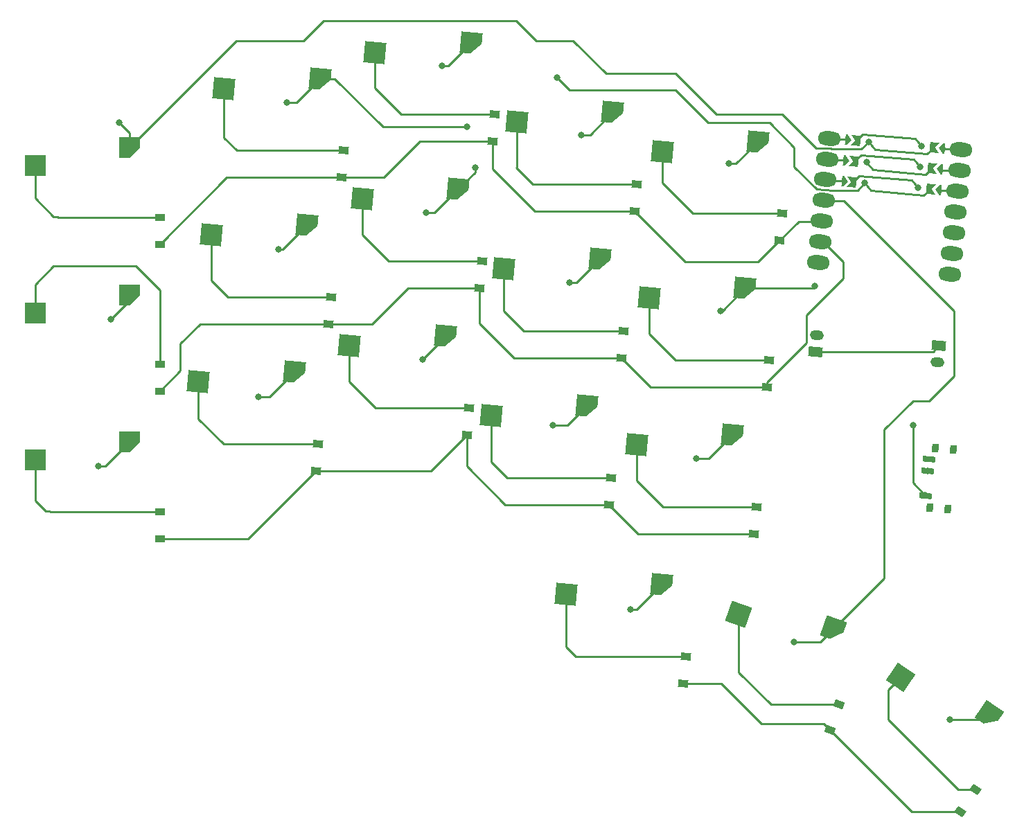
<source format=gbr>
%TF.GenerationSoftware,KiCad,Pcbnew,8.0.6*%
%TF.CreationDate,2024-11-20T19:49:45-07:00*%
%TF.ProjectId,board,626f6172-642e-46b6-9963-61645f706362,v1.0.0*%
%TF.SameCoordinates,Original*%
%TF.FileFunction,Copper,L1,Top*%
%TF.FilePolarity,Positive*%
%FSLAX46Y46*%
G04 Gerber Fmt 4.6, Leading zero omitted, Abs format (unit mm)*
G04 Created by KiCad (PCBNEW 8.0.6) date 2024-11-20 19:49:45*
%MOMM*%
%LPD*%
G01*
G04 APERTURE LIST*
G04 Aperture macros list*
%AMHorizOval*
0 Thick line with rounded ends*
0 $1 width*
0 $2 $3 position (X,Y) of the first rounded end (center of the circle)*
0 $4 $5 position (X,Y) of the second rounded end (center of the circle)*
0 Add line between two ends*
20,1,$1,$2,$3,$4,$5,0*
0 Add two circle primitives to create the rounded ends*
1,1,$1,$2,$3*
1,1,$1,$4,$5*%
%AMRotRect*
0 Rectangle, with rotation*
0 The origin of the aperture is its center*
0 $1 length*
0 $2 width*
0 $3 Rotation angle, in degrees counterclockwise*
0 Add horizontal line*
21,1,$1,$2,0,0,$3*%
%AMFreePoly0*
4,1,6,1.300000,0.000000,0.000000,-1.300000,-1.300000,-1.300000,-1.300000,1.300000,1.300000,1.300000,1.300000,0.000000,1.300000,0.000000,$1*%
%AMFreePoly1*
4,1,6,0.500000,-0.625000,-0.650000,-0.625000,-0.150000,0.000000,-0.650000,0.625000,0.500000,0.625000,0.500000,-0.625000,0.500000,-0.625000,$1*%
%AMFreePoly2*
4,1,6,0.250000,0.000000,-0.250000,-0.625000,-0.500000,-0.625000,-0.500000,0.625000,-0.250000,0.625000,0.250000,0.000000,0.250000,0.000000,$1*%
G04 Aperture macros list end*
%TA.AperFunction,ComponentPad*%
%ADD10C,0.800000*%
%TD*%
%TA.AperFunction,SMDPad,CuDef*%
%ADD11R,1.200000X0.900000*%
%TD*%
%TA.AperFunction,SMDPad,CuDef*%
%ADD12FreePoly0,355.000000*%
%TD*%
%TA.AperFunction,SMDPad,CuDef*%
%ADD13RotRect,2.600000X2.600000X355.000000*%
%TD*%
%TA.AperFunction,SMDPad,CuDef*%
%ADD14RotRect,0.900000X1.200000X85.000000*%
%TD*%
%TA.AperFunction,ComponentPad*%
%ADD15RotRect,1.200000X1.700000X85.000000*%
%TD*%
%TA.AperFunction,ComponentPad*%
%ADD16HorizOval,1.200000X-0.249049X0.021789X0.249049X-0.021789X0*%
%TD*%
%TA.AperFunction,SMDPad,CuDef*%
%ADD17FreePoly0,340.500000*%
%TD*%
%TA.AperFunction,SMDPad,CuDef*%
%ADD18RotRect,2.600000X2.600000X340.500000*%
%TD*%
%TA.AperFunction,ComponentPad*%
%ADD19RotRect,1.200000X1.700000X265.000000*%
%TD*%
%TA.AperFunction,SMDPad,CuDef*%
%ADD20RotRect,0.900000X1.200000X70.500000*%
%TD*%
%TA.AperFunction,SMDPad,CuDef*%
%ADD21FreePoly1,175.000000*%
%TD*%
%TA.AperFunction,ComponentPad*%
%ADD22HorizOval,1.800000X0.473192X-0.041399X-0.473192X0.041399X0*%
%TD*%
%TA.AperFunction,ComponentPad*%
%ADD23HorizOval,1.800000X-0.473192X0.041399X0.473192X-0.041399X0*%
%TD*%
%TA.AperFunction,SMDPad,CuDef*%
%ADD24FreePoly1,355.000000*%
%TD*%
%TA.AperFunction,SMDPad,CuDef*%
%ADD25FreePoly2,355.000000*%
%TD*%
%TA.AperFunction,SMDPad,CuDef*%
%ADD26FreePoly2,175.000000*%
%TD*%
%TA.AperFunction,SMDPad,CuDef*%
%ADD27RotRect,0.700000X1.500000X85.000000*%
%TD*%
%TA.AperFunction,SMDPad,CuDef*%
%ADD28RotRect,1.000000X0.800000X85.000000*%
%TD*%
%TA.AperFunction,SMDPad,CuDef*%
%ADD29FreePoly0,326.000000*%
%TD*%
%TA.AperFunction,SMDPad,CuDef*%
%ADD30RotRect,2.600000X2.600000X326.000000*%
%TD*%
%TA.AperFunction,SMDPad,CuDef*%
%ADD31FreePoly0,0.000000*%
%TD*%
%TA.AperFunction,SMDPad,CuDef*%
%ADD32R,2.600000X2.600000*%
%TD*%
%TA.AperFunction,SMDPad,CuDef*%
%ADD33RotRect,0.900000X1.200000X56.000000*%
%TD*%
%TA.AperFunction,ViaPad*%
%ADD34C,0.800000*%
%TD*%
%TA.AperFunction,Conductor*%
%ADD35C,0.250000*%
%TD*%
G04 APERTURE END LIST*
D10*
%TO.P,D2,1,K*%
%TO.N,Net-(D11-K)*%
X6975552Y12156658D03*
D11*
X6975552Y12156658D03*
D10*
%TO.P,D2,2,A*%
%TO.N,Net-(D2-A)*%
X6975552Y15456658D03*
D11*
X6975552Y15456658D03*
%TD*%
D12*
%TO.P,S12,1,A*%
%TO.N,Net-(S10-A)*%
X62304870Y46252961D03*
D13*
%TO.P,S12,2,B*%
%TO.N,Net-(D12-A)*%
X50607079Y45067982D03*
%TD*%
D10*
%TO.P,D12,1,K*%
%TO.N,Net-(D12-K)*%
X64963483Y34181973D03*
D14*
X64963483Y34181973D03*
D10*
%TO.P,D12,2,A*%
%TO.N,Net-(D12-A)*%
X65251097Y37469415D03*
D14*
X65251097Y37469415D03*
%TD*%
D12*
%TO.P,S9,1,A*%
%TO.N,Net-(S16-A)*%
X44983455Y54795127D03*
D13*
%TO.P,S9,2,B*%
%TO.N,Net-(D9-A)*%
X33285664Y53610148D03*
%TD*%
D10*
%TO.P,D10,1,K*%
%TO.N,Net-(D1-K)*%
X61825876Y-1681037D03*
D14*
X61825876Y-1681037D03*
D10*
%TO.P,D10,2,A*%
%TO.N,Net-(D10-A)*%
X62113490Y1606405D03*
D14*
X62113490Y1606405D03*
%TD*%
D12*
%TO.P,S5,1,A*%
%TO.N,Net-(S4-A)*%
X24960213Y32455258D03*
D13*
%TO.P,S5,2,B*%
%TO.N,Net-(D5-A)*%
X13262422Y31270279D03*
%TD*%
D15*
%TO.P,JST1,1,Pin_1*%
%TO.N,Net-(JST1-Pin_1)*%
X87077423Y17032699D03*
D16*
%TO.P,JST1,2,Pin_2*%
%TO.N,Net-(JST1-Pin_2)*%
X87251735Y19025089D03*
%TD*%
D10*
%TO.P,D5,1,K*%
%TO.N,Net-(D11-K)*%
X27618826Y20384269D03*
D14*
X27618826Y20384269D03*
D10*
%TO.P,D5,2,A*%
%TO.N,Net-(D5-A)*%
X27906440Y23671711D03*
D14*
X27906440Y23671711D03*
%TD*%
D17*
%TO.P,S17,1,A*%
%TO.N,Net-(S10-A)*%
X89319411Y-16899531D03*
D18*
%TO.P,S17,2,B*%
%TO.N,Net-(D17-A)*%
X77697526Y-15117873D03*
%TD*%
D10*
%TO.P,D4,1,K*%
%TO.N,Net-(D1-K)*%
X26050023Y2452765D03*
D14*
X26050023Y2452765D03*
D10*
%TO.P,D4,2,A*%
%TO.N,Net-(D4-A)*%
X26337637Y5740207D03*
D14*
X26337637Y5740207D03*
%TD*%
D12*
%TO.P,S8,1,A*%
%TO.N,Net-(S16-A)*%
X43414652Y36863623D03*
D13*
%TO.P,S8,2,B*%
%TO.N,Net-(D8-A)*%
X31716861Y35678644D03*
%TD*%
D19*
%TO.P,JST2,1,Pin_1*%
%TO.N,Net-(JST1-Pin_1)*%
X102194656Y17717753D03*
D16*
%TO.P,JST2,2,Pin_2*%
%TO.N,Net-(JST2-Pin_2)*%
X102020344Y15725363D03*
%TD*%
D12*
%TO.P,S15,1,A*%
%TO.N,Net-(S13-A)*%
X80062063Y42691768D03*
D13*
%TO.P,S15,2,B*%
%TO.N,Net-(D15-A)*%
X68364272Y41506789D03*
%TD*%
D10*
%TO.P,D17,1,K*%
%TO.N,Net-(D16-K)*%
X88871007Y-29251693D03*
D20*
X88871007Y-29251693D03*
D10*
%TO.P,D17,2,A*%
%TO.N,Net-(D17-A)*%
X89972569Y-26140977D03*
D20*
X89972569Y-26140977D03*
%TD*%
D12*
%TO.P,S14,1,A*%
%TO.N,Net-(S13-A)*%
X78493259Y24760264D03*
D13*
%TO.P,S14,2,B*%
%TO.N,Net-(D14-A)*%
X66795468Y23575285D03*
%TD*%
D12*
%TO.P,S4,1,A*%
%TO.N,Net-(S4-A)*%
X23391410Y14523753D03*
D13*
%TO.P,S4,2,B*%
%TO.N,Net-(D4-A)*%
X11693619Y13338774D03*
%TD*%
D10*
%TO.P,D6,1,K*%
%TO.N,Net-(D12-K)*%
X29187629Y38315774D03*
D14*
X29187629Y38315774D03*
D10*
%TO.P,D6,2,A*%
%TO.N,Net-(D6-A)*%
X29475243Y41603216D03*
D14*
X29475243Y41603216D03*
%TD*%
D12*
%TO.P,S7,1,A*%
%TO.N,Net-(S16-A)*%
X41845849Y18932118D03*
D13*
%TO.P,S7,2,B*%
%TO.N,Net-(D7-A)*%
X30148058Y17747139D03*
%TD*%
D10*
%TO.P,D14,1,K*%
%TO.N,Net-(D11-K)*%
X81151872Y12689275D03*
D14*
X81151872Y12689275D03*
D10*
%TO.P,D14,2,A*%
%TO.N,Net-(D14-A)*%
X81439486Y15976717D03*
D14*
X81439486Y15976717D03*
%TD*%
D12*
%TO.P,S6,1,A*%
%TO.N,Net-(S4-A)*%
X26529016Y50386763D03*
D13*
%TO.P,S6,2,B*%
%TO.N,Net-(D6-A)*%
X14831225Y49201784D03*
%TD*%
D10*
%TO.P,U1,0,P0*%
%TO.N,Net-(S1-A)*%
X93575805Y42683939D03*
D21*
X101582221Y41983468D03*
D10*
%TO.P,U1,1,P1*%
%TO.N,Net-(S4-A)*%
X93354429Y40153604D03*
D21*
X101360846Y39453133D03*
D10*
%TO.P,U1,2,P2*%
%TO.N,Net-(S16-A)*%
X93133050Y37623270D03*
D21*
X101139470Y36922799D03*
D22*
%TO.P,U1,3,P3*%
%TO.N,Net-(S10-A)*%
X88097069Y35514159D03*
%TO.P,U1,4,P4*%
%TO.N,Net-(D12-K)*%
X87875694Y32983824D03*
%TO.P,U1,5,P5*%
%TO.N,Net-(D11-K)*%
X87654318Y30453490D03*
%TO.P,U1,6,P6*%
%TO.N,Net-(D1-K)*%
X87432943Y27923155D03*
D23*
%TO.P,U1,7,P7*%
%TO.N,Net-(D16-K)*%
X103561334Y26512104D03*
%TO.P,U1,8,P8*%
%TO.N,Net-(S13-A)*%
X103782709Y29042438D03*
%TO.P,U1,9,P9*%
%TO.N,unconnected-(U1-P9-Pad9)*%
X104004085Y31572773D03*
%TO.P,U1,10,P10*%
%TO.N,unconnected-(U1-P10-Pad10)*%
X104225461Y34103107D03*
D24*
%TO.P,U1,11,V3*%
%TO.N,unconnected-(U1-V3-Pad11)*%
X91625811Y37755136D03*
D10*
X99632228Y37054666D03*
D24*
%TO.P,U1,12,GND*%
%TO.N,unconnected-(U1-GND-Pad12)*%
X91847184Y40285471D03*
D10*
X99853603Y39585000D03*
D24*
%TO.P,U1,13,VCC*%
%TO.N,unconnected-(U1-VCC-Pad13)*%
X92068562Y42815805D03*
D10*
X100074979Y42115335D03*
D22*
%TO.P,U1,_1_0*%
%TO.N,N/C*%
X88761196Y43105162D03*
D25*
X91226778Y42889452D03*
D22*
%TO.P,U1,_1_1*%
X88539821Y40574828D03*
D25*
X91005402Y40359117D03*
D22*
%TO.P,U1,_1_2*%
X88318445Y38044493D03*
D25*
X90784026Y37828783D03*
D26*
%TO.P,U1,_1_11*%
X101981255Y36849152D03*
D23*
X104446836Y36633442D03*
D26*
%TO.P,U1,_1_12*%
X102202630Y39379487D03*
D23*
X104668212Y39163776D03*
D26*
%TO.P,U1,_1_13*%
X102424006Y41909821D03*
D23*
X104889587Y41694111D03*
%TD*%
D10*
%TO.P,D15,1,K*%
%TO.N,Net-(D12-K)*%
X82720676Y30620780D03*
D14*
X82720676Y30620780D03*
D10*
%TO.P,D15,2,A*%
%TO.N,Net-(D15-A)*%
X83008290Y33908222D03*
D14*
X83008290Y33908222D03*
%TD*%
D27*
%TO.P,S20,1*%
%TO.N,Net-(JST2-Pin_2)*%
X100560559Y-588916D03*
%TO.P,S20,2*%
%TO.N,Net-(JST1-Pin_2)*%
X100822026Y2399669D03*
%TO.P,S20,3*%
%TO.N,unconnected-(S20-Pad3)*%
X100952760Y3893961D03*
D28*
%TO.P,S20,SH1*%
%TO.N,N/C*%
X101086067Y-2040239D03*
%TO.P,S20,SH2*%
X101722304Y5231982D03*
%TO.P,S20,SH3*%
X103277696Y-2231982D03*
%TO.P,S20,SH4*%
X103913933Y5040239D03*
%TD*%
D10*
%TO.P,D16,1,K*%
%TO.N,Net-(D16-K)*%
X70953747Y-23559839D03*
D14*
X70953747Y-23559839D03*
D10*
%TO.P,D16,2,A*%
%TO.N,Net-(D16-A)*%
X71241361Y-20272397D03*
D14*
X71241361Y-20272397D03*
%TD*%
D10*
%TO.P,D8,1,K*%
%TO.N,Net-(D11-K)*%
X46073265Y24792634D03*
D14*
X46073265Y24792634D03*
D10*
%TO.P,D8,2,A*%
%TO.N,Net-(D8-A)*%
X46360879Y28080076D03*
D14*
X46360879Y28080076D03*
%TD*%
D29*
%TO.P,S18,1,A*%
%TO.N,Net-(S13-A)*%
X108319289Y-27401926D03*
D30*
%TO.P,S18,2,B*%
%TO.N,Net-(D18-A)*%
X97513680Y-22767131D03*
%TD*%
D12*
%TO.P,S13,1,A*%
%TO.N,Net-(S13-A)*%
X76924456Y6828759D03*
D13*
%TO.P,S13,2,B*%
%TO.N,Net-(D13-A)*%
X65226665Y5643780D03*
%TD*%
D31*
%TO.P,S3,1,A*%
%TO.N,Net-(S1-A)*%
X3275000Y41950000D03*
D32*
%TO.P,S3,2,B*%
%TO.N,Net-(D3-A)*%
X-8275000Y39750000D03*
%TD*%
D10*
%TO.P,D13,1,K*%
%TO.N,Net-(D1-K)*%
X79583069Y-5242229D03*
D14*
X79583069Y-5242229D03*
D10*
%TO.P,D13,2,A*%
%TO.N,Net-(D13-A)*%
X79870683Y-1954787D03*
D14*
X79870683Y-1954787D03*
%TD*%
D12*
%TO.P,S11,1,A*%
%TO.N,Net-(S10-A)*%
X60736066Y28321456D03*
D13*
%TO.P,S11,2,B*%
%TO.N,Net-(D11-A)*%
X49038275Y27136477D03*
%TD*%
D10*
%TO.P,D3,1,K*%
%TO.N,Net-(D12-K)*%
X6975552Y30156658D03*
D11*
X6975552Y30156658D03*
D10*
%TO.P,D3,2,A*%
%TO.N,Net-(D3-A)*%
X6975552Y33456658D03*
D11*
X6975552Y33456658D03*
%TD*%
D10*
%TO.P,D18,1,K*%
%TO.N,Net-(D16-K)*%
X104792432Y-39248372D03*
D33*
X104792432Y-39248372D03*
D10*
%TO.P,D18,2,A*%
%TO.N,Net-(D18-A)*%
X106637768Y-36512548D03*
D33*
X106637768Y-36512548D03*
%TD*%
D10*
%TO.P,D11,1,K*%
%TO.N,Net-(D11-K)*%
X63394679Y16250468D03*
D14*
X63394679Y16250468D03*
D10*
%TO.P,D11,2,A*%
%TO.N,Net-(D11-A)*%
X63682293Y19537910D03*
D14*
X63682293Y19537910D03*
%TD*%
D12*
%TO.P,S10,1,A*%
%TO.N,Net-(S10-A)*%
X59167263Y10389952D03*
D13*
%TO.P,S10,2,B*%
%TO.N,Net-(D10-A)*%
X47469472Y9204973D03*
%TD*%
D31*
%TO.P,S1,1,A*%
%TO.N,Net-(S1-A)*%
X3275000Y5950000D03*
D32*
%TO.P,S1,2,B*%
%TO.N,Net-(D1-A)*%
X-8275000Y3750000D03*
%TD*%
D10*
%TO.P,D9,1,K*%
%TO.N,Net-(D12-K)*%
X47642068Y42724139D03*
D14*
X47642068Y42724139D03*
D10*
%TO.P,D9,2,A*%
%TO.N,Net-(D9-A)*%
X47929682Y46011581D03*
D14*
X47929682Y46011581D03*
%TD*%
D31*
%TO.P,S2,1,A*%
%TO.N,Net-(S1-A)*%
X3275000Y23950000D03*
D32*
%TO.P,S2,2,B*%
%TO.N,Net-(D2-A)*%
X-8275000Y21750000D03*
%TD*%
D10*
%TO.P,D1,1,K*%
%TO.N,Net-(D1-K)*%
X6975552Y-5843342D03*
D11*
X6975552Y-5843342D03*
D10*
%TO.P,D1,2,A*%
%TO.N,Net-(D1-A)*%
X6975552Y-2543342D03*
D11*
X6975552Y-2543342D03*
%TD*%
D10*
%TO.P,D7,1,K*%
%TO.N,Net-(D1-K)*%
X44504462Y6861130D03*
D14*
X44504462Y6861130D03*
D10*
%TO.P,D7,2,A*%
%TO.N,Net-(D7-A)*%
X44792076Y10148572D03*
D14*
X44792076Y10148572D03*
%TD*%
D12*
%TO.P,S16,1,A*%
%TO.N,Net-(S16-A)*%
X68295134Y-11488850D03*
D13*
%TO.P,S16,2,B*%
%TO.N,Net-(D16-A)*%
X56597343Y-12673829D03*
%TD*%
D34*
%TO.N,Net-(JST1-Pin_2)*%
X100822026Y2399669D03*
%TO.N,Net-(JST2-Pin_2)*%
X99000000Y8000000D03*
X100485821Y-514179D03*
%TO.N,Net-(S1-A)*%
X2000000Y45000000D03*
X-500000Y3000000D03*
X1000000Y21000000D03*
%TO.N,Net-(S4-A)*%
X44500000Y44500000D03*
X21500000Y29500000D03*
X22500000Y47500000D03*
X19000000Y11500000D03*
%TO.N,Net-(S16-A)*%
X39500000Y34000000D03*
X39098867Y16098868D03*
X45500000Y39500000D03*
X41500000Y52000000D03*
X55500000Y50500000D03*
X64500000Y-14500000D03*
%TO.N,Net-(S10-A)*%
X55000000Y8000000D03*
X58500000Y43500000D03*
X57000000Y25500000D03*
X84500000Y-18500000D03*
%TO.N,Net-(S13-A)*%
X103500000Y-28000000D03*
X72500000Y4000000D03*
X76500000Y40000000D03*
X87000000Y25000000D03*
X75500000Y22000000D03*
%TD*%
D35*
%TO.N,*%
X102420000Y41910000D02*
X104420000Y41740000D01*
X90780000Y37830000D02*
X88790000Y38000000D01*
X102376942Y39205175D02*
X104195020Y39205175D01*
X91230000Y42890000D02*
X89230000Y43060000D01*
X101980000Y36850000D02*
X103970000Y36670000D01*
X91010000Y40360000D02*
X89010000Y40530000D01*
X102202630Y39379487D02*
X102376942Y39205175D01*
%TO.N,Net-(D1-A)*%
X-6456658Y-2543342D02*
X6975552Y-2543342D01*
X-8275000Y-1225000D02*
X-7000000Y-2500000D01*
X-6500000Y-2500000D02*
X-6456658Y-2543342D01*
X-7000000Y-2500000D02*
X-6500000Y-2500000D01*
X-8275000Y3750000D02*
X-8275000Y-1225000D01*
%TO.N,Net-(D2-A)*%
X-6000000Y27500000D02*
X4000000Y27500000D01*
X4000000Y27500000D02*
X6975552Y24524448D01*
X-8275000Y25225000D02*
X-6000000Y27500000D01*
X6975552Y24524448D02*
X6975552Y15456658D01*
X-8275000Y21750000D02*
X-8275000Y25225000D01*
%TO.N,Net-(D3-A)*%
X-5500000Y33500000D02*
X-5456658Y33456658D01*
X-6000000Y33500000D02*
X-5500000Y33500000D01*
X-8275000Y39750000D02*
X-8275000Y35775000D01*
X-5456658Y33456658D02*
X6975552Y33456658D01*
X-8275000Y35775000D02*
X-6000000Y33500000D01*
%TO.N,Net-(D4-A)*%
X11693619Y8806381D02*
X11693619Y13338774D01*
X26337637Y5740207D02*
X14759793Y5740207D01*
X14759793Y5740207D02*
X11693619Y8806381D01*
%TO.N,Net-(D5-A)*%
X13262422Y31270279D02*
X13262422Y25737578D01*
X13262422Y25737578D02*
X15328289Y23671711D01*
X15328289Y23671711D02*
X27906440Y23671711D01*
%TO.N,Net-(D6-A)*%
X14831225Y43168775D02*
X16396784Y41603216D01*
X14831225Y49201784D02*
X14831225Y43168775D01*
X16396784Y41603216D02*
X29475243Y41603216D01*
%TO.N,Net-(D7-A)*%
X44792076Y10148572D02*
X33351428Y10148572D01*
X30148058Y13351942D02*
X30148058Y17747139D01*
X33351428Y10148572D02*
X30148058Y13351942D01*
%TO.N,Net-(D8-A)*%
X31716861Y31283139D02*
X34919924Y28080076D01*
X31716861Y35678644D02*
X31716861Y31283139D01*
X34919924Y28080076D02*
X46360879Y28080076D01*
%TO.N,Net-(D9-A)*%
X36488419Y46011581D02*
X47929682Y46011581D01*
X33285664Y49214336D02*
X36488419Y46011581D01*
X33285664Y53610148D02*
X33285664Y49214336D01*
%TO.N,Net-(D10-A)*%
X47469472Y9204973D02*
X47469472Y3530528D01*
X49393595Y1606405D02*
X62113490Y1606405D01*
X47469472Y3530528D02*
X49393595Y1606405D01*
%TO.N,Net-(D11-A)*%
X49038275Y27136477D02*
X49038275Y22038275D01*
X49000000Y22000000D02*
X51462090Y19537910D01*
X49038275Y22038275D02*
X49000000Y22000000D01*
X51462090Y19537910D02*
X63682293Y19537910D01*
%TO.N,Net-(D12-A)*%
X50500000Y39500000D02*
X52530585Y37469415D01*
X52530585Y37469415D02*
X65251097Y37469415D01*
X50607079Y39607079D02*
X50500000Y39500000D01*
X50607079Y45067982D02*
X50607079Y39607079D01*
%TO.N,Net-(D13-A)*%
X65226665Y5643780D02*
X65226665Y1273335D01*
X65226665Y1273335D02*
X68454787Y-1954787D01*
X68454787Y-1954787D02*
X79870683Y-1954787D01*
%TO.N,Net-(D14-A)*%
X66795468Y19204532D02*
X70023283Y15976717D01*
X66795468Y23575285D02*
X66795468Y19204532D01*
X70023283Y15976717D02*
X81439486Y15976717D01*
%TO.N,Net-(D15-A)*%
X68364272Y37635728D02*
X72091778Y33908222D01*
X68364272Y41506789D02*
X68364272Y37635728D01*
X72091778Y33908222D02*
X83008290Y33908222D01*
%TO.N,Net-(D16-A)*%
X56597343Y-12673829D02*
X56597343Y-19097343D01*
X56597343Y-19097343D02*
X57772397Y-20272397D01*
X57772397Y-20272397D02*
X71241361Y-20272397D01*
%TO.N,Net-(D17-A)*%
X77697526Y-22197526D02*
X81640977Y-26140977D01*
X81640977Y-26140977D02*
X89972569Y-26140977D01*
X77697526Y-15117873D02*
X77697526Y-22197526D01*
%TO.N,Net-(D18-A)*%
X96000000Y-24280811D02*
X97513680Y-22767131D01*
X104512548Y-36512548D02*
X96000000Y-28000000D01*
X96000000Y-28000000D02*
X96000000Y-24280811D01*
X106637768Y-36512548D02*
X104512548Y-36512548D01*
%TO.N,Net-(JST1-Pin_1)*%
X101509602Y17032699D02*
X102194656Y17717753D01*
X87077423Y17032699D02*
X101509602Y17032699D01*
%TO.N,Net-(JST2-Pin_2)*%
X100485821Y-514179D02*
X100485822Y-514179D01*
X100485821Y-514178D02*
X100485821Y-514179D01*
X99000000Y971643D02*
X100485821Y-514178D01*
X100485822Y-514179D02*
X100560559Y-588916D01*
X99000000Y8000000D02*
X99000000Y971643D01*
%TO.N,unconnected-(U1-VCC-Pad13)*%
X92890000Y43600000D02*
X99310000Y43040000D01*
X99310000Y43040000D02*
X100070000Y42120000D01*
X92070000Y42820000D02*
X92890000Y43600000D01*
%TO.N,unconnected-(U1-GND-Pad12)*%
X91850000Y40290000D02*
X92670000Y41070000D01*
X99090000Y40510000D02*
X99850000Y39590000D01*
X92670000Y41070000D02*
X99090000Y40510000D01*
%TO.N,Net-(D1-K)*%
X65387068Y-5242229D02*
X79583069Y-5242229D01*
X44504462Y2995538D02*
X49181037Y-1681037D01*
X44504462Y6861130D02*
X44504462Y2995538D01*
X6975552Y-5843342D02*
X17753916Y-5843342D01*
X26050023Y2452765D02*
X40096097Y2452765D01*
X40096097Y2452765D02*
X44504462Y6861130D01*
X17753916Y-5843342D02*
X26050023Y2452765D01*
X61825876Y-1681037D02*
X65387068Y-5242229D01*
X49181037Y-1681037D02*
X61825876Y-1681037D01*
%TO.N,Net-(D11-K)*%
X32884269Y20384269D02*
X37292634Y24792634D01*
X81151872Y12689275D02*
X81151872Y13254960D01*
X50249532Y16250468D02*
X63394679Y16250468D01*
X6975552Y12156658D02*
X9500000Y14681106D01*
X63394679Y16250468D02*
X66955872Y12689275D01*
X90500000Y28039601D02*
X88127510Y30412091D01*
X9500000Y14681106D02*
X9500000Y18000000D01*
X81151872Y13254960D02*
X86000000Y18103088D01*
X66955872Y12689275D02*
X81151872Y12689275D01*
X11884269Y20384269D02*
X27618826Y20384269D01*
X37292634Y24792634D02*
X46073265Y24792634D01*
X90500000Y26000000D02*
X90500000Y28039601D01*
X27618826Y20384269D02*
X32884269Y20384269D01*
X9500000Y18000000D02*
X11884269Y20384269D01*
X46073265Y20426735D02*
X50249532Y16250468D01*
X86000000Y21500000D02*
X90500000Y26000000D01*
X46073265Y24792634D02*
X46073265Y20426735D01*
X86000000Y18103088D02*
X86000000Y21500000D01*
%TO.N,Net-(D12-K)*%
X47642068Y39357932D02*
X52818027Y34181973D01*
X34315774Y38315774D02*
X38724139Y42724139D01*
X85042321Y32942425D02*
X88348886Y32942425D01*
X29187629Y38315774D02*
X34315774Y38315774D01*
X82720676Y30620780D02*
X85042321Y32942425D01*
X52818027Y34181973D02*
X64963483Y34181973D01*
X15134668Y38315774D02*
X29187629Y38315774D01*
X64963483Y34181973D02*
X71145456Y28000000D01*
X71145456Y28000000D02*
X80099896Y28000000D01*
X38724139Y42724139D02*
X47642068Y42724139D01*
X47642068Y42724139D02*
X47642068Y39357932D01*
X6975552Y30156658D02*
X15134668Y38315774D01*
X80099896Y28000000D02*
X82720676Y30620780D01*
%TO.N,Net-(D16-K)*%
X75559839Y-23559839D02*
X80500000Y-28500000D01*
X88119314Y-28500000D02*
X88871007Y-29251693D01*
X70953747Y-23559839D02*
X75559839Y-23559839D01*
X98867686Y-39248372D02*
X104792432Y-39248372D01*
X88871007Y-29251693D02*
X98867686Y-39248372D01*
X80500000Y-28500000D02*
X88119314Y-28500000D01*
%TO.N,Net-(S1-A)*%
X3125000Y6100000D02*
X3275000Y5950000D01*
X3275000Y23950000D02*
X3275000Y23275000D01*
X50500000Y57500000D02*
X53000000Y55000000D01*
X3275000Y5950000D02*
X325000Y3000000D01*
X70000000Y51000000D02*
X75000000Y46000000D01*
X75000000Y46000000D02*
X83000000Y46000000D01*
X3275000Y23275000D02*
X1000000Y21000000D01*
X87144305Y41855695D02*
X88987375Y41855695D01*
X3275000Y41950000D02*
X3275000Y43725000D01*
X27000000Y57500000D02*
X50500000Y57500000D01*
X83000000Y46000000D02*
X87144305Y41855695D01*
X94340000Y41760000D02*
X93580000Y42680000D01*
X3275000Y43725000D02*
X2000000Y45000000D01*
X61500000Y51000000D02*
X70000000Y51000000D01*
X325000Y3000000D02*
X-500000Y3000000D01*
X24500000Y55000000D02*
X27000000Y57500000D01*
X101580000Y41980000D02*
X100760000Y41200000D01*
X3275000Y23950000D02*
X3125000Y23800000D01*
X16325000Y55000000D02*
X24500000Y55000000D01*
X100760000Y41200000D02*
X94340000Y41760000D01*
X57500000Y55000000D02*
X61500000Y51000000D01*
X92711490Y41819624D02*
X93575805Y42683939D01*
X53000000Y55000000D02*
X57500000Y55000000D01*
X3275000Y41950000D02*
X16325000Y55000000D01*
X88987375Y41855695D02*
X89023446Y41819624D01*
X89023446Y41819624D02*
X92711490Y41819624D01*
%TO.N,Net-(S4-A)*%
X23642253Y47500000D02*
X26529016Y50386763D01*
X100530000Y38670000D02*
X94120000Y39230000D01*
X22500000Y47500000D02*
X23642253Y47500000D01*
X22004955Y29500000D02*
X21500000Y29500000D01*
X28365390Y50386763D02*
X34252153Y44500000D01*
X34252153Y44500000D02*
X44500000Y44500000D01*
X94120000Y39230000D02*
X93350000Y40150000D01*
X26529016Y50386763D02*
X28365390Y50386763D01*
X20367657Y11500000D02*
X19000000Y11500000D01*
X101360000Y39450000D02*
X100530000Y38670000D01*
X23391410Y14523753D02*
X20367657Y11500000D01*
X24960213Y32455258D02*
X22004955Y29500000D01*
%TO.N,Net-(S16-A)*%
X39500000Y34000000D02*
X40551029Y34000000D01*
X100310000Y36140000D02*
X93900000Y36700000D01*
X55500000Y50500000D02*
X57000000Y49000000D01*
X41845849Y18932118D02*
X41845849Y18845849D01*
X65283984Y-14500000D02*
X64500000Y-14500000D01*
X93900000Y36700000D02*
X93130000Y37620000D01*
X57000000Y49000000D02*
X70000000Y49000000D01*
X92248313Y36738532D02*
X93133051Y37623270D01*
X74000000Y45000000D02*
X81500000Y45000000D01*
X41845849Y18845849D02*
X39098867Y16098868D01*
X84500000Y39642784D02*
X87233006Y36909778D01*
X101140000Y36920000D02*
X100310000Y36140000D01*
X89190352Y36738532D02*
X92248313Y36738532D01*
X70000000Y49000000D02*
X74000000Y45000000D01*
X87233006Y36909778D02*
X89190352Y36738532D01*
X43414652Y36863623D02*
X45500000Y38948971D01*
X68295134Y-11488850D02*
X65283984Y-14500000D01*
X81500000Y45000000D02*
X84500000Y42000000D01*
X40551029Y34000000D02*
X43414652Y36863623D01*
X45500000Y38948971D02*
X45500000Y39500000D01*
X84500000Y42000000D02*
X84500000Y39642784D01*
X41500000Y52000000D02*
X42188328Y52000000D01*
X42188328Y52000000D02*
X44983455Y54795127D01*
%TO.N,Net-(S10-A)*%
X89319411Y-16899531D02*
X95500000Y-10718942D01*
X58500000Y43500000D02*
X59551909Y43500000D01*
X87718942Y-18500000D02*
X89319411Y-16899531D01*
X95500000Y7500000D02*
X99000000Y11000000D01*
X95500000Y-10718942D02*
X95500000Y7500000D01*
X104000000Y14000000D02*
X104000000Y22000000D01*
X90527240Y35472760D02*
X88570261Y35472760D01*
X57914610Y25500000D02*
X60736066Y28321456D01*
X55000000Y8000000D02*
X56777311Y8000000D01*
X84500000Y-18500000D02*
X87718942Y-18500000D01*
X56777311Y8000000D02*
X59167263Y10389952D01*
X101000000Y11000000D02*
X104000000Y14000000D01*
X59551909Y43500000D02*
X62304870Y46252961D01*
X99000000Y11000000D02*
X101000000Y11000000D01*
X57000000Y25500000D02*
X57914610Y25500000D01*
X104000000Y22000000D02*
X90527240Y35472760D01*
%TO.N,Net-(S13-A)*%
X77370295Y40000000D02*
X80062063Y42691768D01*
X78493259Y24760264D02*
X86760264Y24760264D01*
X75732995Y22000000D02*
X75500000Y22000000D01*
X107721215Y-28000000D02*
X103500000Y-28000000D01*
X74095697Y4000000D02*
X76924456Y6828759D01*
X108319289Y-27401926D02*
X107721215Y-28000000D01*
X72500000Y4000000D02*
X74095697Y4000000D01*
X78493259Y24760264D02*
X75732995Y22000000D01*
X86760264Y24760264D02*
X87000000Y25000000D01*
X76500000Y40000000D02*
X77370295Y40000000D01*
%TO.N,unconnected-(U1-V3-Pad11)*%
X91630000Y37760000D02*
X92450000Y38540000D01*
X98870000Y37970000D02*
X99630000Y37050000D01*
X92450000Y38540000D02*
X98870000Y37970000D01*
%TD*%
M02*

</source>
